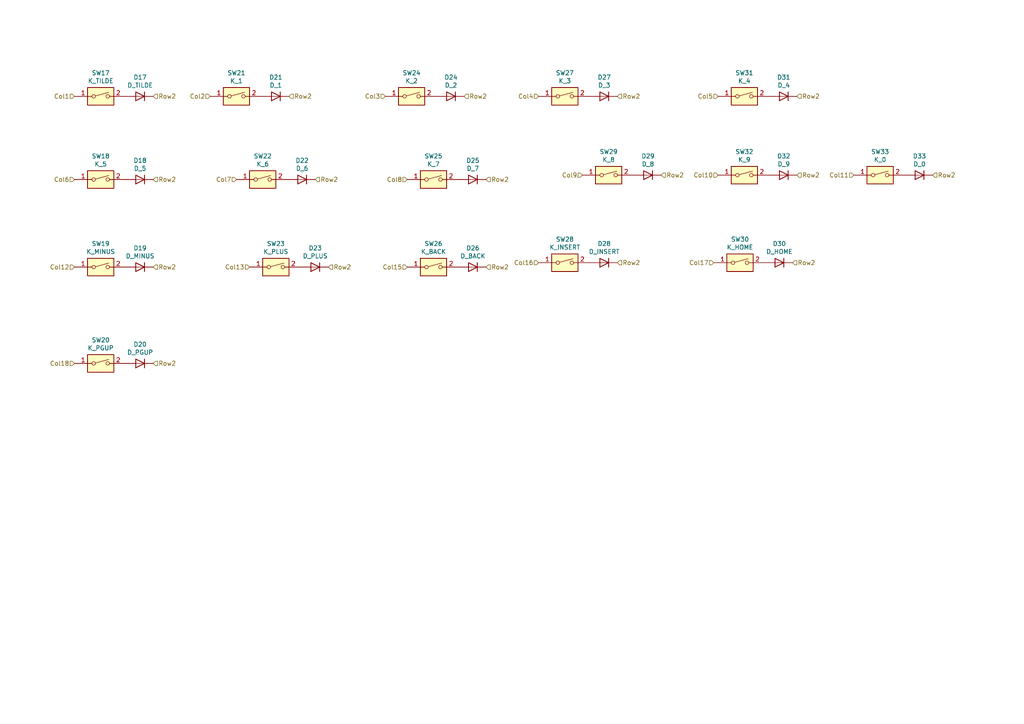
<source format=kicad_sch>
(kicad_sch (version 20230121) (generator eeschema)
  (paper "A4")
  (lib_symbols
    (symbol "Device:D" (pin_numbers hide) (pin_names (offset 1.016) hide)
      (property "Reference" "D" (at 0 2.54 0))
      (property "Value" "D" (at 0 -2.54 0))
      (symbol "D_0_1"
        (polyline (pts (xy -1.27 1.27) (xy -1.27 -1.27)) (stroke (width 0.254)))
        (polyline (pts (xy 1.27 0) (xy -1.27 0)))
        (polyline (pts (xy 1.27 1.27) (xy 1.27 -1.27) (xy -1.27 0) (xy 1.27 1.27)) (stroke (width 0.254)))
      )
      (symbol "D_1_1"
        (pin passive line (at -3.81 0 0) (length 2.54) (name "K") (number "1"))
        (pin passive line (at 3.81 0 180) (length 2.54) (name "A") (number "2"))
      )
    )
    (symbol "Switch:SW_DIP_x01" (pin_names (offset 0) hide)
      (property "Reference" "SW" (at 0 3.81 0))
      (property "Value" "SW_DIP_x01" (at 0 -3.81 0))
      (symbol "SW_DIP_x01_0_0"
        (circle (center -2.032 0) (radius 0.508))
        (polyline (pts (xy -1.524 0.127) (xy 2.3622 1.1684)))
        (circle (center 2.032 0) (radius 0.508))
      )
      (symbol "SW_DIP_x01_0_1"
        (rectangle (start -3.81 2.54) (end 3.81 -2.54) (stroke (width 0.254)) (fill (type background)))
      )
      (symbol "SW_DIP_x01_1_1"
        (pin passive line (at -7.62 0 0) (length 5.08) (name "~") (number "1"))
        (pin passive line (at 7.62 0 180) (length 5.08) (name "~") (number "2"))
      )
    )
  )
  (hierarchical_label "Col8" (shape input) (at 118.11 52.07 180))
  (hierarchical_label "Col2" (shape input) (at 60.96 27.94 180))
  (hierarchical_label "Row2" (shape input) (at 231.14 27.94 0))
  (hierarchical_label "Col7" (shape input) (at 68.58 52.07 180))
  (hierarchical_label "Row2" (shape input) (at 134.62 27.94 0))
  (hierarchical_label "Row2" (shape input) (at 191.77 50.8 0))
  (hierarchical_label "Col13" (shape input) (at 72.39 77.47 180))
  (hierarchical_label "Col16" (shape input) (at 156.21 76.2 180))
  (hierarchical_label "Col12" (shape input) (at 21.59 77.47 180))
  (hierarchical_label "Row2" (shape input) (at 44.45 77.47 0))
  (hierarchical_label "Col18" (shape input) (at 21.59 105.41 180))
  (hierarchical_label "Col17" (shape input) (at 207.01 76.2 180))
  (hierarchical_label "Row2" (shape input) (at 229.87 76.2 0))
  (hierarchical_label "Row2" (shape input) (at 140.97 52.07 0))
  (hierarchical_label "Row2" (shape input) (at 179.07 27.94 0))
  (hierarchical_label "Col10" (shape input) (at 208.28 50.8 180))
  (hierarchical_label "Row2" (shape input) (at 95.25 77.47 0))
  (hierarchical_label "Row2" (shape input) (at 140.97 77.47 0))
  (hierarchical_label "Col4" (shape input) (at 156.21 27.94 180))
  (hierarchical_label "Col3" (shape input) (at 111.76 27.94 180))
  (hierarchical_label "Row2" (shape input) (at 44.45 52.07 0))
  (hierarchical_label "Row2" (shape input) (at 91.44 52.07 0))
  (hierarchical_label "Col6" (shape input) (at 21.59 52.07 180))
  (hierarchical_label "Row2" (shape input) (at 270.51 50.8 0))
  (hierarchical_label "Col11" (shape input) (at 247.65 50.8 180))
  (hierarchical_label "Col5" (shape input) (at 208.28 27.94 180))
  (hierarchical_label "Row2" (shape input) (at 44.45 27.94 0))
  (hierarchical_label "Col15" (shape input) (at 118.11 77.47 180))
  (hierarchical_label "Row2" (shape input) (at 44.45 105.41 0))
  (hierarchical_label "Row2" (shape input) (at 83.82 27.94 0))
  (hierarchical_label "Row2" (shape input) (at 231.14 50.8 0))
  (hierarchical_label "Col9" (shape input) (at 168.91 50.8 180))
  (hierarchical_label "Row2" (shape input) (at 179.07 76.2 0))
  (hierarchical_label "Col1" (shape input) (at 21.59 27.94 180))
  (symbol (lib_id "Device:D") (at 227.33 27.94 180) (unit 1)
    (property "Reference" "D31" (at 227.33 22.4282 0))
    (property "Value" "D_4" (at 227.33 24.7396 0))
    (property "Footprint" "Diode_THT:D_DO-35_SOD27_P7.62mm_Horizontal" (effects hide))
    (instances (project "TKL" (path "" (reference "D31") (unit 1)) (path "" (reference "D?") (unit 1)) (path "" (reference "D?") (unit 1))))
  )
  (symbol (lib_id "Switch:SW_DIP_x01") (at 29.21 52.07 0) (unit 1)
    (property "Reference" "SW18" (at 29.21 45.2882 0))
    (property "Value" "K_5" (at 29.21 47.5996 0))
    (property "Footprint" "hotswap:Kailh_socket_MX" (effects hide))
    (instances (project "TKL" (path "" (reference "SW18") (unit 1)) (path "" (reference "SW?") (unit 1)) (path "" (reference "SW?") (unit 1))))
  )
  (symbol (lib_id "Switch:SW_DIP_x01") (at 29.21 105.41 0) (unit 1)
    (property "Reference" "SW20" (at 29.21 98.6282 0))
    (property "Value" "K_PGUP" (at 29.21 100.9396 0))
    (property "Footprint" "hotswap:Kailh_socket_MX" (effects hide))
    (instances (project "TKL" (path "" (reference "SW20") (unit 1)) (path "" (reference "SW?") (unit 1)) (path "" (reference "SW?") (unit 1))))
  )
  (symbol (lib_id "Switch:SW_DIP_x01") (at 29.21 77.47 0) (unit 1)
    (property "Reference" "SW19" (at 29.21 70.6882 0))
    (property "Value" "K_MINUS" (at 29.21 72.9996 0))
    (property "Footprint" "hotswap:Kailh_socket_MX" (effects hide))
    (instances (project "TKL" (path "" (reference "SW19") (unit 1)) (path "" (reference "SW?") (unit 1)) (path "" (reference "SW?") (unit 1))))
  )
  (symbol (lib_id "Switch:SW_DIP_x01") (at 68.58 27.94 0) (unit 1)
    (property "Reference" "SW21" (at 68.58 21.1582 0))
    (property "Value" "K_1" (at 68.58 23.4696 0))
    (property "Footprint" "hotswap:Kailh_socket_MX" (effects hide))
    (instances (project "TKL" (path "" (reference "SW21") (unit 1)) (path "" (reference "SW?") (unit 1)) (path "" (reference "SW?") (unit 1))))
  )
  (symbol (lib_id "Switch:SW_DIP_x01") (at 119.38 27.94 0) (unit 1)
    (property "Reference" "SW24" (at 119.38 21.1582 0))
    (property "Value" "K_2" (at 119.38 23.4696 0))
    (property "Footprint" "hotswap:Kailh_socket_MX" (effects hide))
    (instances (project "TKL" (path "" (reference "SW24") (unit 1)) (path "" (reference "SW?") (unit 1)) (path "" (reference "SW?") (unit 1))))
  )
  (symbol (lib_id "Device:D") (at 40.64 52.07 180) (unit 1)
    (property "Reference" "D18" (at 40.64 46.5582 0))
    (property "Value" "D_5" (at 40.64 48.8696 0))
    (property "Footprint" "Diode_THT:D_DO-35_SOD27_P7.62mm_Horizontal" (effects hide))
    (instances (project "TKL" (path "" (reference "D18") (unit 1)) (path "" (reference "D?") (unit 1)) (path "" (reference "D?") (unit 1))))
  )
  (symbol (lib_id "Switch:SW_DIP_x01") (at 76.2 52.07 0) (unit 1)
    (property "Reference" "SW22" (at 76.2 45.2882 0))
    (property "Value" "K_6" (at 76.2 47.5996 0))
    (property "Footprint" "hotswap:Kailh_socket_MX" (effects hide))
    (instances (project "TKL" (path "" (reference "SW22") (unit 1)) (path "" (reference "SW?") (unit 1)) (path "" (reference "SW?") (unit 1))))
  )
  (symbol (lib_id "Device:D") (at 87.63 52.07 180) (unit 1)
    (property "Reference" "D22" (at 87.63 46.5582 0))
    (property "Value" "D_6" (at 87.63 48.8696 0))
    (property "Footprint" "Diode_THT:D_DO-35_SOD27_P7.62mm_Horizontal" (effects hide))
    (instances (project "TKL" (path "" (reference "D22") (unit 1)) (path "" (reference "D?") (unit 1)) (path "" (reference "D?") (unit 1))))
  )
  (symbol (lib_id "Switch:SW_DIP_x01") (at 176.53 50.8 0) (unit 1)
    (property "Reference" "SW29" (at 176.53 44.0182 0))
    (property "Value" "K_8" (at 176.53 46.3296 0))
    (property "Footprint" "hotswap:Kailh_socket_MX" (effects hide))
    (instances (project "TKL" (path "" (reference "SW29") (unit 1)) (path "" (reference "SW?") (unit 1)) (path "" (reference "SW?") (unit 1))))
  )
  (symbol (lib_id "Device:D") (at 187.96 50.8 180) (unit 1)
    (property "Reference" "D29" (at 187.96 45.2882 0))
    (property "Value" "D_8" (at 187.96 47.5996 0))
    (property "Footprint" "Diode_THT:D_DO-35_SOD27_P7.62mm_Horizontal" (effects hide))
    (instances (project "TKL" (path "" (reference "D29") (unit 1)) (path "" (reference "D?") (unit 1)) (path "" (reference "D?") (unit 1))))
  )
  (symbol (lib_id "Switch:SW_DIP_x01") (at 215.9 50.8 0) (unit 1)
    (property "Reference" "SW32" (at 215.9 44.0182 0))
    (property "Value" "K_9" (at 215.9 46.3296 0))
    (property "Footprint" "hotswap:Kailh_socket_MX" (effects hide))
    (instances (project "TKL" (path "" (reference "SW32") (unit 1)) (path "" (reference "SW?") (unit 1)) (path "" (reference "SW?") (unit 1))))
  )
  (symbol (lib_id "Device:D") (at 40.64 77.47 180) (unit 1)
    (property "Reference" "D19" (at 40.64 71.9582 0))
    (property "Value" "D_MINUS" (at 40.64 74.2696 0))
    (property "Footprint" "Diode_THT:D_DO-35_SOD27_P7.62mm_Horizontal" (effects hide))
    (instances (project "TKL" (path "" (reference "D19") (unit 1)) (path "" (reference "D?") (unit 1)) (path "" (reference "D?") (unit 1))))
  )
  (symbol (lib_id "Switch:SW_DIP_x01") (at 80.01 77.47 0) (unit 1)
    (property "Reference" "SW23" (at 80.01 70.6882 0))
    (property "Value" "K_PLUS" (at 80.01 72.9996 0))
    (property "Footprint" "hotswap:Kailh_socket_MX" (effects hide))
    (instances (project "TKL" (path "" (reference "SW23") (unit 1)) (path "" (reference "SW?") (unit 1)) (path "" (reference "SW?") (unit 1))))
  )
  (symbol (lib_id "Device:D") (at 91.44 77.47 180) (unit 1)
    (property "Reference" "D23" (at 91.44 71.9582 0))
    (property "Value" "D_PLUS" (at 91.44 74.2696 0))
    (property "Footprint" "Diode_THT:D_DO-35_SOD27_P7.62mm_Horizontal" (effects hide))
    (instances (project "TKL" (path "" (reference "D23") (unit 1)) (path "" (reference "D?") (unit 1)) (path "" (reference "D?") (unit 1))))
  )
  (symbol (lib_id "Switch:SW_DIP_x01") (at 125.73 77.47 0) (unit 1)
    (property "Reference" "SW26" (at 125.73 70.6882 0))
    (property "Value" "K_BACK" (at 125.73 72.9996 0))
    (property "Footprint" "hotswap:Kailh_socket_MX" (effects hide))
    (instances (project "TKL" (path "" (reference "SW26") (unit 1)) (path "" (reference "SW?") (unit 1)) (path "" (reference "SW?") (unit 1))))
  )
  (symbol (lib_id "Device:D") (at 137.16 77.47 180) (unit 1)
    (property "Reference" "D26" (at 137.16 71.9582 0))
    (property "Value" "D_BACK" (at 137.16 74.2696 0))
    (property "Footprint" "Diode_THT:D_DO-35_SOD27_P7.62mm_Horizontal" (effects hide))
    (instances (project "TKL" (path "" (reference "D26") (unit 1)) (path "" (reference "D?") (unit 1)) (path "" (reference "D?") (unit 1))))
  )
  (symbol (lib_id "Switch:SW_DIP_x01") (at 163.83 76.2 0) (unit 1)
    (property "Reference" "SW28" (at 163.83 69.4182 0))
    (property "Value" "K_INSERT" (at 163.83 71.7296 0))
    (property "Footprint" "hotswap:Kailh_socket_MX" (effects hide))
    (instances (project "TKL" (path "" (reference "SW28") (unit 1)) (path "" (reference "SW?") (unit 1)) (path "" (reference "SW?") (unit 1))))
  )
  (symbol (lib_id "Device:D") (at 175.26 76.2 180) (unit 1)
    (property "Reference" "D28" (at 175.26 70.6882 0))
    (property "Value" "D_INSERT" (at 175.26 72.9996 0))
    (property "Footprint" "Diode_THT:D_DO-35_SOD27_P7.62mm_Horizontal" (effects hide))
    (instances (project "TKL" (path "" (reference "D28") (unit 1)) (path "" (reference "D?") (unit 1)) (path "" (reference "D?") (unit 1))))
  )
  (symbol (lib_id "Switch:SW_DIP_x01") (at 214.63 76.2 0) (unit 1)
    (property "Reference" "SW30" (at 214.63 69.4182 0))
    (property "Value" "K_HOME" (at 214.63 71.7296 0))
    (property "Footprint" "hotswap:Kailh_socket_MX" (effects hide))
    (instances (project "TKL" (path "" (reference "SW30") (unit 1)) (path "" (reference "SW?") (unit 1)) (path "" (reference "SW?") (unit 1))))
  )
  (symbol (lib_id "Device:D") (at 40.64 105.41 180) (unit 1)
    (property "Reference" "D20" (at 40.64 99.8982 0))
    (property "Value" "D_PGUP" (at 40.64 102.2096 0))
    (property "Footprint" "Diode_THT:D_DO-35_SOD27_P7.62mm_Horizontal" (effects hide))
    (instances (project "TKL" (path "" (reference "D20") (unit 1)) (path "" (reference "D?") (unit 1)) (path "" (reference "D?") (unit 1))))
  )
  (symbol (lib_id "Device:D") (at 266.7 50.8 180) (unit 1)
    (property "Reference" "D33" (at 266.7 45.2882 0))
    (property "Value" "D_0" (at 266.7 47.5996 0))
    (property "Footprint" "Diode_THT:D_DO-35_SOD27_P7.62mm_Horizontal" (effects hide))
    (instances (project "TKL" (path "" (reference "D33") (unit 1)) (path "" (reference "D?") (unit 1)) (path "" (reference "D?") (unit 1))))
  )
  (symbol (lib_id "Switch:SW_DIP_x01") (at 255.27 50.8 0) (unit 1)
    (property "Reference" "SW33" (at 255.27 44.0182 0))
    (property "Value" "K_0" (at 255.27 46.3296 0))
    (property "Footprint" "hotswap:Kailh_socket_MX" (effects hide))
    (instances (project "TKL" (path "" (reference "SW33") (unit 1)) (path "" (reference "SW?") (unit 1)) (path "" (reference "SW?") (unit 1))))
  )
  (symbol (lib_id "Device:D") (at 130.81 27.94 180) (unit 1)
    (property "Reference" "D24" (at 130.81 22.4282 0))
    (property "Value" "D_2" (at 130.81 24.7396 0))
    (property "Footprint" "Diode_THT:D_DO-35_SOD27_P7.62mm_Horizontal" (effects hide))
    (instances (project "TKL" (path "" (reference "D24") (unit 1)) (path "" (reference "D?") (unit 1)) (path "" (reference "D?") (unit 1))))
  )
  (symbol (lib_id "Switch:SW_DIP_x01") (at 125.73 52.07 0) (unit 1)
    (property "Reference" "SW25" (at 125.73 45.2882 0))
    (property "Value" "K_7" (at 125.73 47.5996 0))
    (property "Footprint" "hotswap:Kailh_socket_MX" (effects hide))
    (instances (project "TKL" (path "" (reference "SW25") (unit 1)) (path "" (reference "SW?") (unit 1)) (path "" (reference "SW?") (unit 1))))
  )
  (symbol (lib_id "Device:D") (at 137.16 52.07 180) (unit 1)
    (property "Reference" "D25" (at 137.16 46.5582 0))
    (property "Value" "D_7" (at 137.16 48.8696 0))
    (property "Footprint" "Diode_THT:D_DO-35_SOD27_P7.62mm_Horizontal" (effects hide))
    (instances (project "TKL" (path "" (reference "D25") (unit 1)) (path "" (reference "D?") (unit 1)) (path "" (reference "D?") (unit 1))))
  )
  (symbol (lib_id "Device:D") (at 226.06 76.2 180) (unit 1)
    (property "Reference" "D30" (at 226.06 70.6882 0))
    (property "Value" "D_HOME" (at 226.06 72.9996 0))
    (property "Footprint" "Diode_THT:D_DO-35_SOD27_P7.62mm_Horizontal" (effects hide))
    (instances (project "TKL" (path "" (reference "D30") (unit 1)) (path "" (reference "D?") (unit 1)) (path "" (reference "D?") (unit 1))))
  )
  (symbol (lib_id "Device:D") (at 80.01 27.94 180) (unit 1)
    (property "Reference" "D21" (at 80.01 22.4282 0))
    (property "Value" "D_1" (at 80.01 24.7396 0))
    (property "Footprint" "Diode_THT:D_DO-35_SOD27_P7.62mm_Horizontal" (effects hide))
    (instances (project "TKL" (path "" (reference "D21") (unit 1)) (path "" (reference "D?") (unit 1)) (path "" (reference "D?") (unit 1))))
  )
  (symbol (lib_id "Switch:SW_DIP_x01") (at 29.21 27.94 0) (unit 1)
    (property "Reference" "SW17" (at 29.21 21.1582 0))
    (property "Value" "K_TILDE" (at 29.21 23.4696 0))
    (property "Footprint" "hotswap:Kailh_socket_MX" (effects hide))
    (instances (project "TKL" (path "" (reference "SW17") (unit 1)) (path "" (reference "SW?") (unit 1)) (path "" (reference "SW?") (unit 1))))
  )
  (symbol (lib_id "Switch:SW_DIP_x01") (at 163.83 27.94 0) (unit 1)
    (property "Reference" "SW27" (at 163.83 21.1582 0))
    (property "Value" "K_3" (at 163.83 23.4696 0))
    (property "Footprint" "hotswap:Kailh_socket_MX" (effects hide))
    (instances (project "TKL" (path "" (reference "SW27") (unit 1)) (path "" (reference "SW?") (unit 1)) (path "" (reference "SW?") (unit 1))))
  )
  (symbol (lib_id "Device:D") (at 227.33 50.8 180) (unit 1)
    (property "Reference" "D32" (at 227.33 45.2882 0))
    (property "Value" "D_9" (at 227.33 47.5996 0))
    (property "Footprint" "Diode_THT:D_DO-35_SOD27_P7.62mm_Horizontal" (effects hide))
    (instances (project "TKL" (path "" (reference "D32") (unit 1)) (path "" (reference "D?") (unit 1)) (path "" (reference "D?") (unit 1))))
  )
  (symbol (lib_id "Device:D") (at 40.64 27.94 180) (unit 1)
    (property "Reference" "D17" (at 40.64 22.4282 0))
    (property "Value" "D_TILDE" (at 40.64 24.7396 0))
    (property "Footprint" "Diode_THT:D_DO-35_SOD27_P7.62mm_Horizontal" (effects hide))
    (instances (project "TKL" (path "" (reference "D17") (unit 1)) (path "" (reference "D?") (unit 1)) (path "" (reference "D?") (unit 1))))
  )
  (symbol (lib_id "Device:D") (at 175.26 27.94 180) (unit 1)
    (property "Reference" "D27" (at 175.26 22.4282 0))
    (property "Value" "D_3" (at 175.26 24.7396 0))
    (property "Footprint" "Diode_THT:D_DO-35_SOD27_P7.62mm_Horizontal" (effects hide))
    (instances (project "TKL" (path "" (reference "D27") (unit 1)) (path "" (reference "D?") (unit 1)) (path "" (reference "D?") (unit 1))))
  )
  (symbol (lib_id "Switch:SW_DIP_x01") (at 215.9 27.94 0) (unit 1)
    (property "Reference" "SW31" (at 215.9 21.1582 0))
    (property "Value" "K_4" (at 215.9 23.4696 0))
    (property "Footprint" "hotswap:Kailh_socket_MX" (effects hide))
    (instances (project "TKL" (path "" (reference "SW31") (unit 1)) (path "" (reference "SW?") (unit 1)) (path "" (reference "SW?") (unit 1))))
  )
)
</source>
